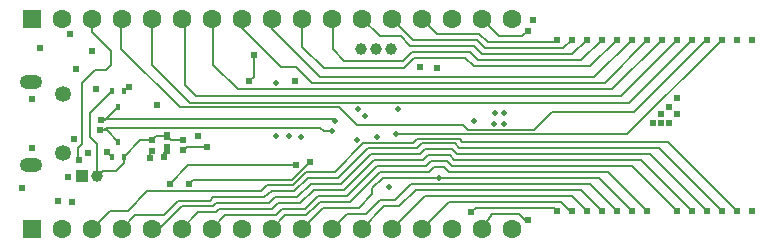
<source format=gbl>
G04 Layer: BottomLayer*
G04 EasyEDA v6.5.42, 2024-04-08 08:38:15*
G04 e5b43dc0649c40c7af9ec927a61642e9,25835901624346e3b29966769a4e042a,10*
G04 Gerber Generator version 0.2*
G04 Scale: 100 percent, Rotated: No, Reflected: No *
G04 Dimensions in inches *
G04 leading zeros omitted , absolute positions ,3 integer and 6 decimal *
%FSLAX36Y36*%
%MOIN*%

%AMMACRO1*21,1,$1,$2,0,0,$3*%
%ADD10C,0.0060*%
%ADD11R,0.0213X0.0311*%
%ADD12MACRO1,0.0213X0.0311X0.0000*%
%ADD13R,0.0213X0.0223*%
%ADD14MACRO1,0.0213X0.0223X0.0000*%
%ADD15MACRO1,0.0157X0.0201X0.0000*%
%ADD16MACRO1,0.063X0.063X0.0000*%
%ADD17C,0.0630*%
%ADD18C,0.0394*%
%ADD19C,0.0532*%
%ADD20O,0.074803X0.047240000000000004*%
%ADD21R,0.0394X0.0394*%
%ADD22C,0.0244*%
%ADD23C,0.0200*%
%ADD24C,0.0240*%
%ADD25C,0.0154*%

%LPD*%
D10*
X2706999Y910000D02*
G01*
X2688999Y891999D01*
X2613000Y891999D01*
X2555000Y950000D01*
X3054399Y880000D02*
G01*
X2929399Y755000D01*
X2016000Y755000D01*
X1855000Y915999D01*
X1855000Y950000D01*
X3154399Y880000D02*
G01*
X2989399Y715000D01*
X1741000Y715000D01*
X1658999Y796999D01*
X1658999Y945999D01*
X1655000Y950000D01*
X3254399Y880000D02*
G01*
X3044399Y670000D01*
X1581000Y670000D01*
X1455000Y795999D01*
X1455000Y950000D01*
X2804399Y880000D02*
G01*
X2796400Y871999D01*
X2573999Y871999D01*
X2546000Y900000D01*
X2405000Y900000D01*
X2355000Y950000D01*
X2854399Y880000D02*
G01*
X2826400Y851999D01*
X2565000Y851999D01*
X2536999Y880000D01*
X2325000Y880000D01*
X2255000Y950000D01*
X2904399Y880000D02*
G01*
X2856400Y831999D01*
X2556000Y831999D01*
X2528000Y860000D01*
X2316000Y860000D01*
X2285000Y890999D01*
X2213999Y890999D01*
X2155000Y950000D01*
X3004399Y880000D02*
G01*
X2915399Y790999D01*
X2528999Y790999D01*
X2500000Y820000D01*
X2330000Y820000D01*
X2295000Y785000D01*
X2026999Y785000D01*
X1956000Y855999D01*
X1956000Y949000D01*
X1955000Y950000D01*
X2710000Y280000D02*
G01*
X2700000Y280000D01*
X2680000Y300000D01*
X2590000Y300000D01*
X2555000Y250000D01*
X2804430Y310000D02*
G01*
X2794430Y320000D01*
X2540000Y320000D01*
X2535000Y320000D01*
X2520000Y305000D01*
X2854430Y310000D02*
G01*
X2850000Y310000D01*
X2820000Y340000D01*
X2445000Y340000D01*
X2355000Y250000D01*
X2904430Y310000D02*
G01*
X2854430Y360000D01*
X2365000Y360000D01*
X2255000Y250000D01*
X3054430Y310000D02*
G01*
X2944430Y420000D01*
X2410437Y420000D01*
X1515000Y400000D02*
G01*
X1576000Y460999D01*
X1935000Y460999D01*
X1855000Y250000D02*
G01*
X1900000Y295000D01*
X1970000Y295000D01*
X2005000Y330000D01*
X2015000Y340000D01*
X2115000Y340000D01*
X2215000Y440000D01*
X2380000Y440000D01*
X2395000Y455000D01*
X2430000Y455000D01*
X2445000Y440000D01*
X2974399Y440000D01*
X3104399Y310000D01*
X1655000Y250000D02*
G01*
X1700000Y295000D01*
X1870000Y295000D01*
X1890000Y315000D01*
X1964440Y315000D01*
X2005000Y355560D01*
X2010000Y360000D01*
X2105000Y360000D01*
X2205100Y460100D01*
X2370100Y460100D01*
X2385000Y475000D01*
X2440000Y475000D01*
X2455000Y460000D01*
X3054399Y460000D01*
X3204399Y310000D01*
X3204430Y880000D02*
G01*
X3017430Y693000D01*
X1601999Y693000D01*
X1565000Y730000D01*
X1565000Y940000D01*
X1555000Y950000D01*
X2066000Y611399D02*
G01*
X2061701Y615698D01*
X1287601Y615698D01*
X1341004Y540590D02*
G01*
X1303594Y578000D01*
X1281999Y578000D01*
X1340995Y656410D02*
G01*
X1298585Y614000D01*
X1286000Y614000D01*
X1321315Y489409D02*
G01*
X1303725Y506999D01*
X1300000Y506999D01*
X1360685Y707590D02*
G01*
X1376999Y723904D01*
X1376999Y724000D01*
X1456000Y509960D02*
G01*
X1448999Y502959D01*
X1448999Y485999D01*
X1505000Y514540D02*
G01*
X1493999Y503539D01*
X1493999Y488000D01*
X1273055Y425715D02*
G01*
X1291341Y444000D01*
X1333999Y444000D01*
X1360685Y470684D01*
X1360685Y489409D01*
X1360685Y489409D02*
G01*
X1415315Y544040D01*
X1456000Y544040D01*
X1456000Y544040D02*
G01*
X1469420Y557460D01*
X1505000Y557460D01*
X1505000Y557460D02*
G01*
X1517420Y545039D01*
X1558000Y545039D01*
X1558000Y510960D02*
G01*
X1571040Y524000D01*
X1636999Y524000D01*
X3104399Y880000D02*
G01*
X2965000Y735000D01*
X1990000Y735000D01*
X1935000Y790000D01*
X1883999Y790000D01*
X1755000Y919000D01*
X1755000Y950000D01*
X1780000Y741999D02*
G01*
X1795000Y756999D01*
X1795000Y828000D01*
X1321300Y707600D02*
G01*
X1249700Y635999D01*
X1249700Y557300D01*
X1273100Y533899D01*
X1273100Y425700D01*
X1580000Y400000D02*
G01*
X1592002Y411999D01*
X1921000Y411999D01*
X1981000Y471999D01*
X3302200Y880599D02*
G01*
X3062200Y640599D01*
X2787799Y640599D01*
X2727799Y580599D01*
X2507799Y580599D01*
X2492799Y595599D01*
X2138199Y595599D01*
X2079200Y654600D01*
X1548800Y654600D01*
X1352799Y850599D01*
X1352799Y950599D01*
X3004430Y310000D02*
G01*
X2914430Y400000D01*
X2320000Y400000D01*
X2265000Y345000D01*
X2215000Y345000D01*
X2170000Y300000D01*
X2105000Y300000D01*
X2055000Y250000D01*
X2410437Y420000D02*
G01*
X2225000Y420000D01*
X2190000Y385000D01*
X2190000Y365000D01*
X2145000Y320000D01*
X2025000Y320000D01*
X1955000Y250000D01*
X3304399Y310000D02*
G01*
X3114399Y500000D01*
X2471800Y500000D01*
X2456800Y515000D01*
X2365000Y515000D01*
X2350200Y500199D01*
X2185200Y500199D01*
X2085100Y400100D01*
X1985100Y400100D01*
X1940000Y355000D01*
X1865000Y355000D01*
X1845000Y335000D01*
X1670000Y335000D01*
X1660000Y325000D01*
X1555000Y325000D01*
X1480000Y250000D01*
X1455000Y250000D01*
X2054499Y574499D02*
G01*
X2029200Y574499D01*
X2016800Y586900D01*
X1304899Y586900D01*
X1296000Y578000D01*
X1281999Y578000D01*
X1255000Y950000D02*
G01*
X1255000Y905000D01*
X1317100Y842899D01*
X1317299Y794299D01*
X1301000Y778000D01*
X1265000Y778000D01*
X1221999Y735000D01*
X1221999Y534000D01*
X1208000Y520000D01*
X1208000Y484000D01*
X1213000Y479000D01*
X3354430Y880000D02*
G01*
X3039830Y565399D01*
X2269499Y565399D01*
X2954399Y880000D02*
G01*
X2886400Y811999D01*
X2543000Y811999D01*
X2515000Y840000D01*
X2321000Y840000D01*
X2291000Y810000D01*
X2095000Y810000D01*
X2056999Y848000D01*
X2056999Y948000D01*
X2055000Y950000D01*
X1255000Y250000D02*
G01*
X1315000Y310000D01*
X1375000Y310000D01*
X1440000Y375000D01*
X1820000Y375000D01*
X1840000Y395000D01*
X1924399Y395000D01*
X1965000Y435500D01*
X1970000Y440000D01*
X2065000Y440000D01*
X2159499Y534499D01*
X2324499Y534499D01*
X2339499Y549499D01*
X2480500Y549499D01*
X2490000Y540000D01*
X3174399Y540000D01*
X3404399Y310000D01*
X1355000Y250000D02*
G01*
X1400000Y295000D01*
X1495000Y295000D01*
X1543100Y343099D01*
X1648100Y343099D01*
X1660000Y355000D01*
X1830000Y355000D01*
X1855000Y375000D01*
X1930000Y375000D01*
X1975000Y420000D01*
X2075000Y420000D01*
X2175000Y520000D01*
X2340000Y520000D01*
X2355000Y535000D01*
X2465000Y535000D01*
X2480000Y520000D01*
X3144399Y520000D01*
X3354399Y310000D01*
X1555000Y250000D02*
G01*
X1610000Y305000D01*
X1670000Y305000D01*
X1680000Y315000D01*
X1855000Y315000D01*
X1875000Y335000D01*
X1950000Y335000D01*
X1995000Y380000D01*
X2095100Y380000D01*
X2195100Y480100D01*
X2360100Y480100D01*
X2375000Y495000D01*
X2448400Y495000D01*
X2463400Y480000D01*
X3084399Y480000D01*
X3254399Y310000D01*
X2954430Y310000D02*
G01*
X2884430Y380000D01*
X2335000Y380000D01*
X2280000Y325000D01*
X2230000Y325000D01*
X2155000Y250000D01*
D11*
G01*
X1505000Y557460D03*
D12*
G01*
X1505000Y514540D03*
D13*
G01*
X1558000Y510960D03*
D14*
G01*
X1558000Y545040D03*
D13*
G01*
X1456000Y544040D03*
D14*
G01*
X1455999Y509959D03*
D15*
G01*
X1340999Y540590D03*
G01*
X1360684Y489409D03*
G01*
X1321314Y489409D03*
G01*
X1340999Y656409D03*
G01*
X1321314Y707590D03*
G01*
X1360684Y707590D03*
D16*
G01*
X1055000Y950000D03*
D17*
G01*
X1155000Y950000D03*
G01*
X1255000Y950000D03*
G01*
X1355000Y950000D03*
G01*
X1455000Y950000D03*
G01*
X1555000Y950000D03*
G01*
X1655000Y950000D03*
G01*
X1755000Y950000D03*
G01*
X1855000Y950000D03*
G01*
X1955000Y950000D03*
G01*
X2055000Y950000D03*
G01*
X2155000Y950000D03*
G01*
X2255000Y950000D03*
G01*
X2355000Y950000D03*
G01*
X2455000Y950000D03*
G01*
X2555000Y950000D03*
G01*
X2655000Y950000D03*
D16*
G01*
X1055000Y250000D03*
D17*
G01*
X1155000Y250000D03*
G01*
X1255000Y250000D03*
G01*
X1355000Y250000D03*
G01*
X1455000Y250000D03*
G01*
X1555000Y250000D03*
G01*
X1655000Y250000D03*
G01*
X1755000Y250000D03*
G01*
X1855000Y250000D03*
G01*
X1955000Y250000D03*
G01*
X2055000Y250000D03*
G01*
X2155000Y250000D03*
G01*
X2255000Y250000D03*
G01*
X2355000Y250000D03*
G01*
X2455000Y250000D03*
G01*
X2555000Y250000D03*
G01*
X2655000Y250000D03*
D18*
G01*
X2152240Y847970D03*
G01*
X2202240Y847970D03*
G01*
X2252240Y847970D03*
D19*
G01*
X1158149Y698420D03*
G01*
X1158149Y501570D03*
D20*
G01*
X1051859Y462199D03*
G01*
X1051859Y737800D03*
D21*
G01*
X1223059Y425709D03*
D18*
G01*
X1273059Y425709D03*
D22*
G01*
X2804430Y310000D03*
G01*
X2854430Y310000D03*
G01*
X2904430Y310000D03*
G01*
X2954430Y310000D03*
G01*
X3004430Y310000D03*
G01*
X3054430Y310000D03*
G01*
X3104430Y310000D03*
G01*
X3204430Y310000D03*
G01*
X3254430Y310000D03*
G01*
X3304430Y310000D03*
G01*
X3354430Y310000D03*
G01*
X3404430Y310000D03*
G01*
X3454430Y310000D03*
G01*
X3454430Y880000D03*
G01*
X3404430Y880000D03*
G01*
X3354430Y880000D03*
G01*
X3304430Y880000D03*
G01*
X3254430Y880000D03*
G01*
X3204430Y880000D03*
G01*
X3154430Y880000D03*
G01*
X3104430Y880000D03*
G01*
X3054430Y880000D03*
G01*
X3004430Y880000D03*
G01*
X2954430Y880000D03*
G01*
X2904430Y880000D03*
G01*
X2854430Y880000D03*
G01*
X2804430Y880000D03*
G01*
X2706999Y910000D03*
G01*
X2350000Y790000D03*
G01*
X2405000Y785000D03*
D23*
G01*
X2165000Y625000D03*
G01*
X1867269Y735000D03*
D22*
G01*
X1931000Y740999D03*
D23*
G01*
X2630000Y635000D03*
G01*
X2600000Y635000D03*
D22*
G01*
X2710000Y280000D03*
G01*
X2520000Y305000D03*
D23*
G01*
X2245000Y390000D03*
G01*
X2410439Y420000D03*
D22*
G01*
X1981000Y471999D03*
D23*
G01*
X2275000Y650000D03*
G01*
X2530000Y610000D03*
G01*
X2595000Y600000D03*
G01*
X2630000Y600000D03*
D22*
G01*
X1580000Y400000D03*
G01*
X1515000Y400000D03*
D24*
G01*
X1935000Y460999D03*
G01*
X3125000Y603000D03*
D22*
G01*
X3152030Y603930D03*
G01*
X3206000Y630999D03*
G01*
X3205000Y685999D03*
G01*
X3180000Y656999D03*
G01*
X3180000Y601999D03*
G01*
X3151999Y630999D03*
G01*
X2725000Y945000D03*
D23*
G01*
X2064399Y609699D03*
G01*
X2054499Y574499D03*
G01*
X2136999Y546999D03*
G01*
X2141999Y648000D03*
G01*
X2203999Y555000D03*
D22*
G01*
X1281999Y578000D03*
G01*
X1286000Y614000D03*
D23*
G01*
X1867299Y557500D03*
G01*
X1910900Y557699D03*
D22*
G01*
X1610000Y557399D03*
D23*
G01*
X1952700Y556799D03*
D22*
G01*
X1470399Y663000D03*
G01*
X1268000Y715000D03*
G01*
X1241000Y501999D03*
G01*
X1083000Y854000D03*
G01*
X1201999Y783000D03*
G01*
X1255000Y843899D03*
G01*
X1193999Y549000D03*
G01*
X1143000Y340999D03*
G01*
X1188999Y340000D03*
G01*
X1055000Y518000D03*
G01*
X1055000Y680999D03*
G01*
X1303729Y506999D03*
G01*
X1376999Y723899D03*
G01*
X1448999Y485999D03*
G01*
X1493999Y488000D03*
G01*
X1213000Y479000D03*
G01*
X1636999Y524000D03*
G01*
X1780000Y741999D03*
G01*
X1795000Y828000D03*
G01*
X1022200Y384600D03*
G01*
X1173999Y420999D03*
G01*
X1180699Y900199D03*
D23*
G01*
X2269499Y565399D03*
M02*

</source>
